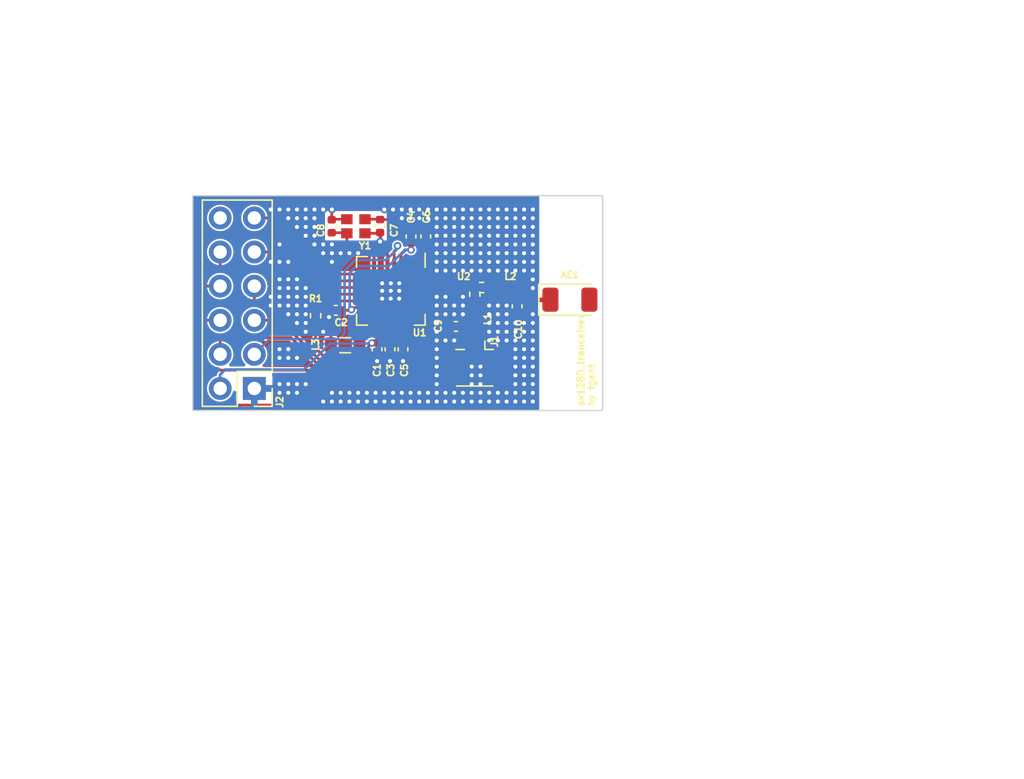
<source format=kicad_pcb>
(kicad_pcb (version 20221018) (generator pcbnew)
  (layers (0 "F.Cu" signal) (1 "In1.Cu" signal) (2 "In2.Cu" signal) (31 "B.Cu" signal) (34 "B.Paste" user) (35 "F.Paste" user) (36 "B.SilkS" user "B.Silkscreen") (37 "F.SilkS" user "F.Silkscreen") (38 "B.Mask" user) (39 "F.Mask" user) (44 "Edge.Cuts" user))
  (net 0 "")
  (net 1 "VDD_IN")
  (net 2 "GND")
  (net 3 "TX_A")
  (net 4 "TX_B")
  (net 5 "VBAT")
  (net 6 "Net-(U1-VR_PA)")
  (net 7 "SX_NRST")
  (net 8 "SX_MOSI")
  (net 9 "SX_MISO")
  (net 10 "SX_SCK")
  (net 11 "SX_NSS")
  (net 12 "SX_DIO1")
  (net 13 "SX_DIO2")
  (net 14 "SX_DIO3")
  (net 15 "SX_BUSY")
  (net 17 "/ANT_SMA")
  (net 18 "/ANT_CHIP")
  (net 19 "VBAT_IO")
  (net 20 "Net-(U2-OUT)")
  (net 21 "Net-(U1-RFIO)")
  (net 22 "Net-(AE1-FEED)")
  (net 24 "Net-(J1-In)")
  (net 25 "Net-(U1-DCC_SW)")
  (footprint "Capacitor_SMD:C_0402_1005Metric" (layer "F.Cu") (at 89.281 66.409 -90)
    (fp_text reference "C10")
    (fp_text value "~")
  )
  (footprint "Resistor_SMD:R_0402_1005Metric" (layer "F.Cu") (at 74.285 67.109 90)
    (fp_text reference "R1")
    (fp_text value "0R")
  )
  (footprint "Capacitor_SMD:C_0402_1005Metric" (layer "F.Cu") (at 84.722 67.909 180)
    (fp_text reference "C9")
    (fp_text value "~")
  )
  (footprint "Connector_PinHeader_2.54mm:PinHeader_2x06_P2.54mm_Vertical" (layer "F.Cu") (at 69.725 72.526 180)
    (fp_text reference "J2")
    (fp_text value "Conn_02x06_Odd_Even")
  )
  (footprint "Connector_Coaxial:U.FL_Hirose_U.FL-R-SMT-1_Vertical" (layer "F.Cu") (at 86.122 70.509 -90)
    (fp_text reference "J1")
    (fp_text value "U.FL-R-SMT-1(80)")
  )
  (footprint "Capacitor_SMD:C_0402_1005Metric" (layer "F.Cu") (at 75.485 60.449 90)
    (fp_text reference "C8")
    (fp_text value "6p / 50V")
  )
  (footprint "Inductor_SMD:L_0805_2012Metric" (layer "F.Cu") (at 76.485 69.309)
    (fp_text reference "L3")
    (fp_text value "15u")
  )
  (footprint "Capacitor_SMD:C_0402_1005Metric" (layer "F.Cu") (at 78.857 69.609 -90)
    (fp_text reference "C1")
    (fp_text value "1uF / 35V")
  )
  (footprint "Resistor_SMD:R_0402_1005Metric" (layer "F.Cu") (at 86.137 65.509 90)
    (fp_text reference "R2" hide)
    (fp_text value "0R")
  )
  (footprint "Resistor_SMD:R_0402_1005Metric" (layer "F.Cu") (at 86.637 65.009 180)
    (fp_text reference "R3" hide)
    (fp_text value "0R")
  )
  (footprint "sx1280_tranceiver:sx1280" (layer "F.Cu") (at 79.885 65.259 -90)
    (fp_text reference "U1")
    (fp_text value "sx1280")
  )
  (footprint "sx1280_tranceiver:2450FM07D0034" (layer "F.Cu") (at 84.537 65.009)
    (fp_text reference "U2")
    (fp_text value "2450FM07D0034")
  )
  (footprint "Capacitor_SMD:C_0402_1005Metric" (layer "F.Cu") (at 79.085 60.429 -90)
    (fp_text reference "C7")
    (fp_text value "6p / 50V")
  )
  (footprint "Capacitor_SMD:C_0402_1005Metric" (layer "F.Cu") (at 81.385 61.209 90)
    (fp_text reference "C4")
    (fp_text value "100n / 35V")
  )
  (footprint "Capacitor_SMD:C_0402_1005Metric" (layer "F.Cu") (at 80.7874 69.609 -90)
    (fp_text reference "C5")
    (fp_text value "100n / 35V")
  )
  (footprint "Capacitor_SMD:C_0402_1005Metric" (layer "F.Cu") (at 79.8222 69.609 -90)
    (fp_text reference "C3")
    (fp_text value "100n / 35V")
  )
  (footprint "Capacitor_SMD:C_0402_1005Metric" (layer "F.Cu") (at 75.785 66.709 180)
    (fp_text reference "C2")
    (fp_text value "470n / 50V")
  )
  (footprint "sx1280_tranceiver:ECS-520-12-37B-CTN-TR" (layer "F.Cu") (at 77.285 60.449 180)
    (fp_text reference "Y1")
    (fp_text value "ECS-520-12-37B-CTN-TR")
  )
  (footprint "RF_Antenna:Johanson_2450AT18x100" (layer "F.Cu") (at 93.208 65.913)
    (fp_text reference "AE1")
    (fp_text value "2450AT18A100E")
  )
  (footprint "Inductor_SMD:L_0402_1005Metric" (layer "F.Cu") (at 86.122 67.409 -90)
    (fp_text reference "L1")
    (fp_text value "0R")
  )
  (footprint "Inductor_SMD:L_0402_1005Metric" (layer "F.Cu") (at 88.781 65.009)
    (fp_text reference "L2")
    (fp_text value "0R")
  )
  (footprint "Capacitor_SMD:C_0402_1005Metric" (layer "F.Cu") (at 82.485 61.209 90)
    (fp_text reference "C6")
    (fp_text value "10n  / 50V")
  )
  (gr_rect (start 65.141 58.168) (end 95.641 74.168) (stroke (width 0.1)) (fill none) (layer "Edge.Cuts"))
  (gr_text "sx1280_tranceiver\nby tgent" (at 95.113 73.914 90) (layer "F.SilkS") (effects (font (size 0.5 0.5) (thickness 0.125)) (justify left bottom)))
  (segment (start 76.785 66.709) (end 76.285 66.709) (width 0.2) (layer "F.Cu") (net 1))
  (segment (start 76.985 66.509) (end 77.885 66.509) (width 0.2) (layer "F.Cu") (net 1))
  (segment (start 76.265 66.709) (end 76.265 67.429) (width 0.2) (layer "F.Cu") (net 1))
  (segment (start 75.4225 68.2715) (end 75.4225 69.309) (width 0.2) (layer "F.Cu") (net 1))
  (segment (start 81.385 62.209) (end 81.385 61.689) (width 0.2) (layer "F.Cu") (net 1))
  (segment (start 76.835 66.659) (end 76.785 66.709) (width 0.2) (layer "F.Cu") (net 1))
  (segment (start 76.9505 66.659) (end 76.835 66.659) (width 0.2) (layer "F.Cu") (net 1))
  (segment (start 80.635 62.559) (end 80.635 63.259) (width 0.2) (layer "F.Cu") (net 1))
  (segment (start 81.385 62.209) (end 80.985 62.209) (width 0.2) (layer "F.Cu") (net 1))
  (segment (start 80.985 62.209) (end 80.635 62.559) (width 0.2) (layer "F.Cu") (net 1))
  (segment (start 76.265 67.429) (end 75.4225 68.2715) (width 0.2) (layer "F.Cu") (net 1))
  (segment (start 76.835 66.659) (end 76.985 66.509) (width 0.2) (layer "F.Cu") (net 1))
  (via (at 76.9505 66.659) (size 0.56) (drill 0.3) (layers "F.Cu" "B.Cu") (net 1))
  (via (at 81.385 62.209) (size 0.56) (drill 0.3) (layers "F.Cu" "B.Cu") (net 1))
  (segment (start 79.721396 63.409) (end 80.921396 62.209) (width 0.2) (layer "B.Cu") (net 1))
  (segment (start 76.825 63.905396) (end 77.321396 63.409) (width 0.2) (layer "B.Cu") (net 1))
  (segment (start 76.9505 66.659) (end 76.825 66.5335) (width 0.2) (layer "B.Cu") (net 1))
  (segment (start 76.825 66.5335) (end 76.825 63.905396) (width 0.2) (layer "B.Cu") (net 1))
  (segment (start 77.321396 63.409) (end 79.721396 63.409) (width 0.2) (layer "B.Cu") (net 1))
  (segment (start 80.921396 62.209) (end 81.385 62.209) (width 0.2) (layer "B.Cu") (net 1))
  (segment (start 81.885 66.009) (end 80.585 66.009) (width 0.2) (layer "F.Cu") (net 2))
  (segment (start 76.61 59.924) (end 75.53 59.924) (width 0.2) (layer "F.Cu") (net 2))
  (segment (start 75.285 66.729) (end 75.305 66.709) (width 0.2) (layer "F.Cu") (net 2))
  (segment (start 79.135 60.959) (end 79.085 60.909) (width 0.2) (layer "F.Cu") (net 2))
  (segment (start 79.185 65.959) (end 79.21 65.934) (width 0.2) (layer "F.Cu") (net 2))
  (segment (start 79.02 60.974) (end 79.085 60.909) (width 0.2) (layer "F.Cu") (net 2))
  (segment (start 81.135 64.009) (end 80.56 64.584) (width 0.2) (layer "F.Cu") (net 2))
  (segment (start 78.635 67.259) (end 78.635 66.509) (width 0.2) (layer "F.Cu") (net 2))
  (segment (start 75.485 59.215) (end 75.5 59.2) (width 0.2) (layer "F.Cu") (net 2))
  (segment (start 79.135 63.259) (end 79.135 60.959) (width 0.2) (layer "F.Cu") (net 2))
  (segment (start 79.135 66.009) (end 79.185 66.009) (width 0.2) (layer "F.Cu") (net 2))
  (segment (start 81.885 65.509) (end 80.985 65.509) (width 0.2) (layer "F.Cu") (net 2))
  (segment (start 79.135 63.259) (end 79.135 64.509) (width 0.2) (layer "F.Cu") (net 2))
  (segment (start 80.985 65.509) (end 80.56 65.934) (width 0.2) (layer "F.Cu") (net 2))
  (segment (start 80.685 64.509) (end 80.585 64.609) (width 0.2) (layer "F.Cu") (net 2))
  (segment (start 78.857 70.4862) (end 78.857 70.089) (width 0.2) (layer "F.Cu") (net 2))
  (segment (start 80.7874 70.089) (end 80.7874 70.4862) (width 0.2) (layer "F.Cu") (net 2))
  (segment (start 75.285 67.209) (end 75.285 66.729) (width 0.2) (layer "F.Cu") (net 2))
  (segment (start 81.885 64.509) (end 80.685 64.509) (width 0.2) (layer "F.Cu") (net 2))
  (segment (start 78.635 66.509) (end 79.135 66.009) (width 0.2) (layer "F.Cu") (net 2))
  (segment (start 79.085 61.584402) (end 79.085 60.909) (width 0.2) (layer "F.Cu") (net 2))
  (segment (start 81.885 64.009) (end 81.135 64.009) (width 0.2) (layer "F.Cu") (net 2))
  (segment (start 79.135 64.509) (end 79.21 64.584) (width 0.2) (layer "F.Cu") (net 2))
  (segment (start 75.485 59.969) (end 75.485 59.215) (width 0.2) (layer "F.Cu") (net 2))
  (segment (start 79.0855 61.584902) (end 79.085 61.584402) (width 0.2) (layer "F.Cu") (net 2))
  (segment (start 79.8222 70.089) (end 79.8222 70.4862) (width 0.2) (layer "F.Cu") (net 2))
  (segment (start 77.96 60.974) (end 79.02 60.974) (width 0.2) (layer "F.Cu") (net 2))
  (segment (start 79.185 66.009) (end 79.185 65.959) (width 0.2) (layer "F.Cu") (net 2))
  (segment (start 75.53 59.924) (end 75.485 59.969) (width 0.2) (layer "F.Cu") (net 2))
  (via (at 78.75 73.5) (size 0.56) (drill 0.3) (layers "F.Cu" "B.Cu") (net 2))
  (via (at 83.95 73.5) (size 0.56) (drill 0.3) (layers "F.Cu" "B.Cu") (net 2))
  (via (at 88.5 59.2) (size 0.56) (drill 0.3) (layers "F.Cu" "B.Cu") (net 2))
  (via (at 74.85 61.8) (size 0.56) (drill 0.3) (layers "F.Cu" "B.Cu") (net 2))
  (via (at 89.8 63.1) (size 0.56) (drill 0.3) (layers "F.Cu" "B.Cu") (net 2))
  (via (at 84.6 61.15) (size 0.56) (drill 0.3) (layers "F.Cu" "B.Cu") (net 2))
  (via (at 72.9 59.85) (size 0.56) (drill 0.3) (layers "F.Cu" "B.Cu") (net 2))
  (via (at 80.508 64.695) (size 0.56) (drill 0.3) (layers "F.Cu" "B.Cu") (net 2))
  (via (at 72.25 72.2) (size 0.56) (drill 0.3) (layers "F.Cu" "B.Cu") (net 2))
  (via (at 83.95 61.8) (size 0.56) (drill 0.3) (layers "F.Cu" "B.Cu") (net 2))
  (via (at 84.6 61.8) (size 0.56) (drill 0.3) (layers "F.Cu" "B.Cu") (net 2))
  (via (at 72.9 72.2) (size 0.56) (drill 0.3) (layers "F.Cu" "B.Cu") (net 2))
  (via (at 79.885 64.695) (size 0.56) (drill 0.3) (layers "F.Cu" "B.Cu") (net 2))
  (via (at 74.2 60.5) (size 0.56) (drill 0.3) (layers "F.Cu" "B.Cu") (net 2))
  (via (at 75.5 59.2) (size 0.56) (drill 0.3) (layers "F.Cu" "B.Cu") (net 2))
  (via (at 89.15 61.8) (size 0.56) (drill 0.3) (layers "F.Cu" "B.Cu") (net 2))
  (via (at 70.95 65.7) (size 0.56) (drill 0.3) (layers "F.Cu" "B.Cu") (net 2))
  (via (at 86.55 59.2) (size 0.56) (drill 0.3) (layers "F.Cu" "B.Cu") (net 2))
  (via (at 86.55 71.55) (size 0.56) (drill 0.3) (layers "F.Cu" "B.Cu") (net 2))
  (via (at 76.8 62.45) (size 0.56) (drill 0.3) (layers "F.Cu" "B.Cu") (net 2))
  (via (at 72.25 67) (size 0.56) (drill 0.3) (layers "F.Cu" "B.Cu") (net 2))
  (via (at 72.25 65.7) (size 0.56) (drill 0.3) (layers "F.Cu" "B.Cu") (net 2))
  (via (at 71.6 69.6) (size 0.56) (drill 0.3) (layers "F.Cu" "B.Cu") (net 2))
  (via (at 73.55 65.7) (size 0.56) (drill 0.3) (layers "F.Cu" "B.Cu") (net 2))
  (via (at 89.8 70.9) (size 0.56) (drill 0.3) (layers "F.Cu" "B.Cu") (net 2))
  (via (at 82 59.85) (size 0.56) (drill 0.3) (layers "F.Cu" "B.Cu") (net 2))
  (via (at 87.85 62.45) (size 0.56) (drill 0.3) (layers "F.Cu" "B.Cu") (net 2))
  (via (at 85.9 59.85) (size 0.56) (drill 0.3) (layers "F.Cu" "B.Cu") (net 2))
  (via (at 76.15 73.5) (size 0.56) (drill 0.3) (layers "F.Cu" "B.Cu") (net 2))
  (via (at 89.8 72.85) (size 0.56) (drill 0.3) (layers "F.Cu" "B.Cu") (net 2))
  (via (at 83.95 63.1) (size 0.56) (drill 0.3) (layers "F.Cu" "B.Cu") (net 2))
  (via (at 82.65 59.2) (size 0.56) (drill 0.3) (layers "F.Cu" "B.Cu") (net 2))
  (via (at 73.55 61.15) (size 0.56) (drill 0.3) (layers "F.Cu" "B.Cu") (net 2))
  (via (at 72.25 70.25) (size 0.56) (drill 0.3) (layers "F.Cu" "B.Cu") (net 2))
  (via (at 78.1 73.5) (size 0.56) (drill 0.3) (layers "F.Cu" "B.Cu") (net 2))
  (via (at 82 72.85) (size 0.56) (drill 0.3) (layers "F.Cu" "B.Cu") (net 2))
  (via (at 89.8 68.95) (size 0.56) (drill 0.3) (layers "F.Cu" "B.Cu") (net 2))
  (via (at 83.3 63.1) (size 0.56) (drill 0.3) (layers "F.Cu" "B.Cu") (net 2))
  (via (at 88.5 61.8) (size 0.56) (drill 0.3) (layers "F.Cu" "B.Cu") (net 2))
  (via (at 90.45 67.65) (size 0.56) (drill 0.3) (layers "F.Cu" "B.Cu") (net 2))
  (via (at 86.55 63.75) (size 0.56) (drill 0.3) (layers "F.Cu" "B.Cu") (net 2))
  (via (at 90.45 61.15) (size 0.56) (drill 0.3) (layers "F.Cu" "B.Cu") (net 2))
  (via (at 85.25 66.35) (size 0.56) (drill 0.3) (layers "F.Cu" "B.Cu") (net 2))
  (via (at 72.9 66.35) (size 0.56) (drill 0.3) (layers "F.Cu" "B.Cu") (net 2))
  (via (at 72.9 59.2) (size 0.56) (drill 0.3) (layers "F.Cu" "B.Cu") (net 2))
  (via (at 86.55 61.15) (size 0.56) (drill 0.3) (layers "F.Cu" "B.Cu") (net 2))
  (via (at 90.45 64.4) (size 0.56) (drill 0.3) (layers "F.Cu" "B.Cu") (net 2))
  (via (at 72.9 65.05) (size 0.56) (drill 0.3) (layers "F.Cu" "B.Cu") (net 2))
  (via (at 87.2 59.85) (size 0.56) (drill 0.3) (layers "F.Cu" "B.Cu") (net 2))
  (via (at 77.45 73.5) (size 0.56) (drill 0.3) (layers "F.Cu" "B.Cu") (net 2))
  (via (at 84.6 63.75) (size 0.56) (drill 0.3) (layers "F.Cu" "B.Cu") (net 2))
  (via (at 79.8222 70.4862) (size 0.56) (drill 0.3) (layers "F.Cu" "B.Cu") (net 2))
  (via (at 87.2 68.3) (size 0.56) (drill 0.3) (layers "F.Cu" "B.Cu") (net 2))
  (via (at 85.25 65.7) (size 0.56) (drill 0.3) (layers "F.Cu" "B.Cu") (net 2))
  (via (at 85.9 63.1) (size 0.56) (drill 0.3) (layers "F.Cu" "B.Cu") (net 2))
  (via (at 75.5 73.5) (size 0.56) (drill 0.3) (layers "F.Cu" "B.Cu") (net 2))
  (via (at 78.1 72.85) (size 0.56) (drill 0.3) (layers "F.Cu" "B.Cu") (net 2))
  (via (at 83.95 67) (size 0.56) (drill 0.3) (layers "F.Cu" "B.Cu") (net 2))
  (via (at 85.25 63.75) (size 0.56) (drill 0.3) (layers "F.Cu" "B.Cu") (net 2))
  (via (at 89.15 59.85) (size 0.56) (drill 0.3) (layers "F.Cu" "B.Cu") (net 2))
  (via (at 87.2 59.2) (size 0.56) (drill 0.3) (layers "F.Cu" "B.Cu") (net 2))
  (via (at 87.2 68.95) (size 0.56) (drill 0.3) (layers "F.Cu" "B.Cu") (net 2))
  (via (at 71.6 64.4) (size 0.56) (drill 0.3) (layers "F.Cu" "B.Cu") (net 2))
  (via (at 79.4 73.5) (size 0.56) (drill 0.3) (layers "F.Cu" "B.Cu") (net 2))
  (via (at 72.25 64.4) (size 0.56) (drill 0.3) (layers "F.Cu" "B.Cu") (net 2))
  (via (at 84.6 66.35) (size 0.56) (drill 0.3) (layers "F.Cu" "B.Cu") (net 2))
  (via (at 72.25 72.85) (size 0.56) (drill 0.3) (layers "F.Cu" "B.Cu") (net 2))
  (via (at 73.55 72.2) (size 0.56) (drill 0.3) (layers "F.Cu" "B.Cu") (net 2))
  (via (at 84.6 59.2) (size 0.56) (drill 0.3) (layers "F.Cu" "B.Cu") (net 2))
  (via (at 83.3 66.35) (size 0.56) (drill 0.3) (layers "F.Cu" "B.Cu") (net 2))
  (via (at 81.35 59.2) (size 0.56) (drill 0.3) (layers "F.Cu" "B.Cu") (net 2))
  (via (at 89.15 73.5) (size 0.56) (drill 0.3) (layers "F.Cu" "B.Cu") (net 2))
  (via (at 83.3 61.8) (size 0.56) (drill 0.3) (layers "F.Cu" "B.Cu") (net 2))
  (via (at 88.5 72.85) (size 0.56) (drill 0.3) (layers "F.Cu" "B.Cu") (net 2))
  (via (at 84.6 63.1) (size 0.56) (drill 0.3) (layers "F.Cu" "B.Cu") (net 2))
  (via (at 72.9 67.65) (size 0.56) (drill 0.3) (layers "F.Cu" "B.Cu") (net 2))
  (via (at 87.85 60.5) (size 0.56) (drill 0.3) (layers "F.Cu" "B.Cu") (net 2))
  (via (at 71.6 63.1) (size 0.56) (drill 0.3) (layers "F.Cu" "B.Cu") (net 2))
  (via (at 74.2 59.2) (size 0.56) (drill 0.3) (layers "F.Cu" "B.Cu") (net 2))
  (via (at 88.5 68.3) (size 0.56) (drill 0.3) (layers "F.Cu" "B.Cu") (net 2))
  (via (at 86.55 70.9) (size 0.56) (drill 0.3) (layers "F.Cu" "B.Cu") (net 2))
  (via (at 83.3 71.55) (size 0.56) (drill 0.3) (layers "F.Cu" "B.Cu") (net 2))
  (via (at 81.35 73.5) (size 0.56) (drill 0.3) (layers "F.Cu" "B.Cu") (net 2))
  (via (at 79.238 65.838) (size 0.56) (drill 0.3) (layers "F.Cu" "B.Cu") (net 2))
  (via (at 88.5 61.15) (size 0.56) (drill 0.3) (layers "F.Cu" "B.Cu") (net 2))
  (via (at 83.3 61.15) (size 0.56) (drill 0.3) (layers "F.Cu" "B.Cu") (net 2))
  (via (at 87.85 67.65) (size 0.56) (drill 0.3) (layers "F.Cu" "B.Cu") (net 2))
  (via (at 90.45 72.85) (size 0.56) (drill 0.3) (layers "F.Cu" "B.Cu") (net 2))
  (via (at 85.9 60.5) (size 0.56) (drill 0.3) (layers "F.Cu" "B.Cu") (net 2))
  (via (at 77.45 62.45) (size 0.56) (drill 0.3) (layers "F.Cu" "B.Cu") (net 2))
  (via (at 70.95 63.1) (size 0.56) (drill 0.3) (layers "F.Cu" "B.Cu") (net 2))
  (via (at 83.95 59.2) (size 0.56) (drill 0.3) (layers "F.Cu" "B.Cu") (net 2))
  (via (at 71.6 66.35) (size 0.56) (drill 0.3) (layers "F.Cu" "B.Cu") (net 2))
  (via (at 83.95 65.7) (size 0.56) (drill 0.3) (layers "F.Cu" "B.Cu") (net 2))
  (via (at 80.05 73.5) (size 0.56) (drill 0.3) (layers "F.Cu" "B.Cu") (net 2))
  (via (at 90.45 61.8) (size 0.56) (drill 0.3) (layers "F.Cu" "B.Cu") (net 2))
  (via (at 83.95 63.75) (size 0.56) (drill 0.3) (layers "F.Cu" "B.Cu") (net 2))
  (via (at 83.3 65.7) (size 0.56) (drill 0.3) (layers "F.Cu" "B.Cu") (net 2))
  (via (at 82.65 72.85) (size 0.56) (drill 0.3) (layers "F.Cu" "B.Cu") (net 2))
  (via (at 80.7 59.2) (size 0.56) (drill 0.3) (layers "F.Cu" "B.Cu") (net 2))
  (via (at 79.0855 61.584902) (size 0.56) (drill 0.3) (layers "F.Cu" "B.Cu") (net 2))
  (via (at 83.95 68.95) (size 0.56) (drill 0.3) (layers "F.Cu" "B.Cu") (net 2))
  (via (at 90.45 70.25) (size 0.56) (drill 0.3) (layers "F.Cu" "B.Cu") (net 2))
  (via (at 83.3 59.2) (size 0.56) (drill 0.3) (layers "F.Cu" "B.Cu") (net 2))
  (via (at 83.95 61.15) (size 0.56) (drill 0.3) (layers "F.Cu" "B.Cu") (net 2))
  (via (at 75.285 67.209) (size 0.56) (drill 0.3) (layers "F.Cu" "B.Cu") (net 2))
  (via (at 74.2 59.85) (size 0.56) (drill 0.3) (layers "F.Cu" "B.Cu") (net 2))
  (via (at 83.3 68.3) (size 0.56) (drill 0.3) (layers "F.Cu" "B.Cu") (net 2))
  (via (at 87.2 61.8) (size 0.56) (drill 0.3) (layers "F.Cu" "B.Cu") (net 2))
  (via (at 76.8 73.5) (size 0.56) (drill 0.3) (layers "F.Cu" "B.Cu") (net 2))
  (via (at 73.55 60.5) (size 0.56) (drill 0.3) (layers "F.Cu" "B.Cu") (net 2))
  (via (at 90.45 65.05) (size 0.56) (drill 0.3) (layers "F.Cu" "B.Cu") (net 2))
  (via (at 85.25 59.85) (size 0.56) (drill 0.3) (layers "F.Cu" "B.Cu") (net 2))
  (via (at 85.9 70.9) (size 0.56) (drill 0.3) (layers "F.Cu" "B.Cu") (net 2))
  (via (at 73.55 68.3) (size 0.56) (drill 0.3) (layers "F.Cu" "B.Cu") (net 2))
  (via (at 85.9 62.45) (size 0.56) (drill 0.3) (layers "F.Cu" "B.Cu") (net 2))
  (via (at 85.9 72.85) (size 0.56) (drill 0.3) (layers "F.Cu" "B.Cu") (net 2))
  (via (at 89.15 63.75) (size 0.56) (drill 0.3) (layers "F.Cu" "B.Cu") (net 2))
  (via (at 90.45 63.1) (size 0.56) (drill 0.3) (layers "F.Cu" "B.Cu") (net 2))
  (via (at 90.45 67) (size 0.56) (drill 0.3) (layers "F.Cu" "B.Cu") (net 2))
  (via (at 89.8 67.65) (size 0.56) (drill 0.3) (layers "F.Cu" "B.Cu") (net 2))
  (via (at 89.8 59.2) (size 0.56) (drill 0.3) (layers "F.Cu" "B.Cu") (net 2))
  (via (at 85.25 62.45) (size 0.56) (drill 0.3) (layers "F.Cu" "B.Cu") (net 2))
  (via (at 90.45 60.5) (size 0.56) (drill 0.3) (layers "F.Cu" "B.Cu") (net 2))
  (via (at 78.857 70.4862) (size 0.56) (drill 0.3) (layers "F.Cu" "B.Cu") (net 2))
  (via (at 89.8 61.15) (size 0.56) (drill 0.3) (layers "F.Cu" "B.Cu") (net 2))
  (via (at 78.75 72.85) (size 0.56) (drill 0.3) (layers "F.Cu" "B.Cu") (net 2))
  (via (at 80.05 59.2) (size 0.56) (drill 0.3) (layers "F.Cu" "B.Cu") (net 2))
  (via (at 87.2 62.45) (size 0.56) (drill 0.3) (layers "F.Cu" "B.Cu") (net 2))
  (via (at 89.15 60.5) (size 0.56) (drill 0.3) (layers "F.Cu" "B.Cu") (net 2))
  (via (at 87.2 63.75) (size 0.56) (drill 0.3) (layers "F.Cu" "B.Cu") (net 2))
  (via (at 83.3 59.85) (size 0.56) (drill 0.3) (layers "F.Cu" "B.Cu") (net 2))
  (via (at 77.45 72.85) (size 0.56) (drill 0.3) (layers "F.Cu" "B.Cu") (net 2))
  (via (at 90.45 71.55) (size 0.56) (drill 0.3) (layers "F.Cu" "B.Cu") (net 2))
  (via (at 89.8 72.2) (size 0.56) (drill 0.3) (layers "F.Cu" "B.Cu") (net 2))
  (via (at 81.35 72.85) (size 0.56) (drill 0.3) (layers "F.Cu" "B.Cu") (net 2))
  (via (at 75.5 63.1) (size 0.56) (drill 0.3) (layers "F.Cu" "B.Cu") (net 2))
  (via (at 87.85 68.95) (size 0.56) (drill 0.3) (layers "F.Cu" "B.Cu") (net 2))
  (via (at 88.5 60.5) (size 0.56) (drill 0.3) (layers "F.Cu" "B.Cu") (net 2))
  (via (at 87.2 61.15) (size 0.56) (drill 0.3) (layers "F.Cu" "B.Cu") (net 2))
  (via (at 85.25 63.1) (size 0.56) (drill 0.3) (layers "F.Cu" "B.Cu") (net 2))
  (via (at 83.3 70.9) (size 0.56) (drill 0.3) (layers "F.Cu" "B.Cu") (net 2))
  (via (at 82.65 59.85) (size 0.56) (drill 0.3) (layers "F.Cu" "B.Cu") (net 2))
  (via (at 84.6 72.85) (size 0.56) (drill 0.3) (layers "F.Cu" "B.Cu") (net 2))
  (via (at 89.8 59.85) (size 0.56) (drill 0.3) (layers "F.Cu" "B.Cu") (net 2))
  (via (at 83.3 62.45) (size 0.56) (drill 0.3) (layers "F.Cu" "B.Cu") (net 2))
  (via (at 71.6 65.05) (size 0.56) (drill 0.3) (layers "F.Cu" "B.Cu") (net 2))
  (via (at 86.55 62.45) (size 0.56) (drill 0.3) (layers "F.Cu" "B.Cu") (net 2))
  (via (at 88.5 66.35) (size 0.56) (drill 0.3) (layers "F.Cu" "B.Cu") (net 2))
  (via (at 85.25 72.85) (size 0.56) (drill 0.3) (layers "F.Cu" "B.Cu") (net 2))
  (via (at 86.55 63.1) (size 0.56) (drill 0.3) (layers "F.Cu" "B.Cu") (net 2))
  (via (at 85.9 71.55) (size 0.56) (drill 0.3) (layers "F.Cu" "B.Cu") (net 2))
  (via (at 86.55 61.8) (size 0.56) (drill 0.3) (layers "F.Cu" "B.Cu") (net 2))
  (via (at 83.3 63.75) (size 0.56) (drill 0.3) (layers "F.Cu" "B.Cu") (net 2))
  (via (at 71.6 70.25) (size 0.56) (drill 0.3) (layers "F.Cu" "B.Cu") (net 2))
  (via (at 89.15 70.25) (size 0.56) (drill 0.3) (layers "F.Cu" "B.Cu") (net 2))
  (via (at 72.9 64.4) (size 0.56) (drill 0.3) (layers "F.Cu" "B.Cu") (net 2))
  (via (at 83.3 69.6) (size 0.56) (drill 0.3) (layers "F.Cu" "B.Cu") (net 2))
  (via (at 87.2 60.5) (size 0.56) (drill 0.3) (layers "F.Cu" "B.Cu") (net 2))
  (via (at 86.55 60.5) (size 0.56) (drill 0.3) (layers "F.Cu" "B.Cu") (net 2))
  (via (at 87.85 73.5) (size 0.56) (drill 0.3) (layers "F.Cu" "B.Cu") (net 2))
  (via (at 83.95 59.85) (size 0.56) (drill 0.3) (layers "F.Cu" "B.Cu") (net 2))
  (via (at 87.85 68.3) (size 0.56) (drill 0.3) (layers "F.Cu" "B.Cu") (net 2))
  (via (at 85.25 61.15) (size 0.56) (drill 0.3) (layers "F.Cu" "B.Cu") (net 2))
  (via (at 85.25 59.2) (size 0.56) (drill 0.3) (layers "F.Cu" "B.Cu") (net 2))
  (via (at 85.9 63.75) (size 0.56) (drill 0.3) (layers "F.Cu" "B.Cu") (net 2))
  (via (at 82 73.5) (size 0.56) (drill 0.3) (layers "F.Cu" "B.Cu") (net 2))
  (via (at 87.2 66.35) (size 0.56) (drill 0.3) (layers "F.Cu" "B.Cu") (net 2))
  (via (at 82.65 73.5) (size 0.56) (drill 0.3) (layers "F.Cu" "B.Cu") (net 2))
  (via (at 88.5 68.95) (size 0.56) (drill 0.3) (layers "F.Cu" "B.Cu") (net 2))
  (via (at 86.55 72.2) (size 0.56) (drill 0.3) (layers "F.Cu" "B.Cu") (net 2))
  (via (at 90.45 69.6) (size 0.56) (drill 0.3) (layers "F.Cu" "B.Cu") (net 2))
  (via (at 89.8 60.5) (size 0.56) (drill 0.3) (layers "F.Cu" "B.Cu") (net 2))
  (via (at 88.5 63.1) (size 0.56) (drill 0.3) (layers "F.Cu" "B.Cu") (net 2))
  (via (at 72.25 69.6) (size 0.56) (drill 0.3) (layers "F.Cu" "B.Cu") (net 2))
  (via (at 90.45 68.95) (size 0.56) (drill 0.3) (layers "F.Cu" "B.Cu") (net 2))
  (via (at 89.15 68.3) (size 0.56) (drill 0.3) (layers "F.Cu" "B.Cu") (net 2))
  (via (at 71.6 72.2) (size 0.56) (drill 0.3) (layers "F.Cu" "B.Cu") (net 2))
  (via (at 79.4 72.85) (size 0.56) (drill 0.3) (layers "F.Cu" "B.Cu") (net 2))
  (via (at 87.2 67) (size 0.56) (drill 0.3) (layers "F.Cu" "B.Cu") (net 2))
  (via (at 87.2 67.65) (size 0.56) (drill 0.3) (layers "F.Cu" "B.Cu") (net 2))
  (via (at 89.8 70.25) (size 0.56) (drill 0.3) (layers "F.Cu" "B.Cu") (net 2))
  (via (at 81.35 59.85) (size 0.56) (drill 0.3) (layers "F.Cu" "B.Cu") (net 2))
  (via (at 79.885 65.259) (size 0.56) (drill 0.3) (layers "F.Cu" "B.Cu") (net 2))
  (via (at 85.9 61.8) (size 0.56) (drill 0.3) (layers "F.Cu" "B.Cu") (net 2))
  (via (at 74.85 68.3) (size 0.56) (drill 0.3) (layers "F.Cu" "B.Cu") (net 2))
  (via (at 86.55 59.85) (size 0.56) (drill 0.3) (layers "F.Cu" "B.Cu") (net 2))
  (via (at 90.45 62.45) (size 0.56) (drill 0.3) (layers "F.Cu" "B.Cu") (net 2))
  (via (at 89.15 69.6) (size 0.56) (drill 0.3) (layers "F.Cu" "B.Cu") (net 2))
  (via (at 88.5 59.85) (size 0.56) (drill 0.3) (layers "F.Cu" "B.Cu") (net 2))
  (via (at 89.15 59.2) (size 0.56) (drill 0.3) (layers "F.Cu" "B.Cu") (net 2))
  (via (at 90.45 63.75) (size 0.56) (drill 0.3) (layers "F.Cu" "B.Cu") (net 2))
  (via (at 87.85 59.85) (size 0.56) (drill 0.3) (layers "F.Cu" "B.Cu") (net 2))
  (via (at 84.6 60.5) (size 0.56) (drill 0.3) (layers "F.Cu" "B.Cu") (net 2))
  (via (at 73.55 66.35) (size 0.56) (drill 0.3) (layers "F.Cu" "B.Cu") (net 2))
  (via (at 70.95 59.2) (size 0.56) (drill 0.3) (layers "F.Cu" "B.Cu") (net 2))
  (via (at 84.6 73.5) (size 0.56) (drill 0.3) (layers "F.Cu" "B.Cu") (net 2))
  (via (at 83.95 60.5) (size 0.56) (drill 0.3) (layers "F.Cu" "B.Cu") (net 2))
  (via (at 89.15 72.2) (size 0.56) (drill 0.3) (layers "F.Cu" "B.Cu") (net 2))
  (via (at 79.238 65.259) (size 0.56) (drill 0.3) (layers "F.Cu" "B.Cu") (net 2))
  (via (at 74.2 61.8) (size 0.56) (drill 0.3) (layers "F.Cu" "B.Cu") (net 2))
  (via (at 72.25 63.1) (size 0.56) (drill 0.3) (layers "F.Cu" "B.Cu") (net 2))
  (via (at 72.9 60.5) (size 0.56) (drill 0.3) (layers "F.Cu" "B.Cu") (net 2))
  (via (at 72.9 67) (size 0.56) (drill 0.3) (layers "F.Cu" "B.Cu") (net 2))
  (via (at 83.3 68.95) (size 0.56) (drill 0.3) (layers "F.Cu" "B.Cu") (net 2))
  (via (at 86.55 72.85) (size 0.56) (drill 0.3) (layers "F.Cu" "B.Cu") (net 2))
  (via (at 88.5 67) (size 0.56) (drill 0.3) (layers "F.Cu" "B.Cu") (net 2))
  (via (at 88.5 73.5) (size 0.56) (drill 0.3) (layers "F.Cu" "B.Cu") (net 2))
  (via (at 75.5 62.45) (size 0.56) (drill 0.3) (layers "F.Cu" "B.Cu") (net 2))
  (via (at 83.3 73.5) (size 0.56) (drill 0.3) (layers "F.Cu" "B.Cu") (net 2))
  (via (at 76.15 72.85) (size 0.56) (drill 0.3) (layers "F.Cu" "B.Cu") (net 2))
  (via (at 85.25 67) (size 0.56) (drill 0.3) (layers "F.Cu" "B.Cu") (net 2))
  (via (at 89.15 72.85) (size 0.56) (drill 0.3) (layers "F.Cu" "B.Cu") (net 2))
  (via (at 80.7 73.5) (size 0.56) (drill 0.3) (layers "F.Cu" "B.Cu") (net 2))
  (via (at 88.5 63.75) (size 0.56) (drill 0.3) (layers "F.Cu" "B.Cu") (net 2))
  (via (at 74.85 62.45) (size 0.56) (drill 0.3) (layers "F.Cu" "B.Cu") (net 2))
  (via (at 85.9 72.2) (size 0.56) (drill 0.3) (layers "F.Cu" "B.Cu") (net 2))
  (via (at 90.45 70.9) (size 0.56) (drill 0.3) (layers "F.Cu" "B.Cu") (net 2))
  (via (at 80.508 65.259) (size 0.56) (drill 0.3) (layers "F.Cu" "B.Cu") (net 2))
  (via (at 72.25 66.35) (size 0.56) (drill 0.3) (layers "F.Cu" "B.Cu") (net 2))
  (via (at 85.25 73.5) (size 0.56) (drill 0.3) (layers "F.Cu" "B.Cu") (net 2))
  (via (at 89.8 61.8) (size 0.56) (drill 0.3) (layers "F.Cu" "B.Cu") (net 2))
  (via (at 90.45 68.3) (size 0.56) (drill 0.3) (layers "F.Cu" "B.Cu") (net 2))
  (via (at 89.8 62.45) (size 0.56) (drill 0.3) (layers "F.Cu" "B.Cu") (net 2))
  (via (at 72.25 65.05) (size 0.56) (drill 0.3) (layers "F.Cu" "B.Cu") (net 2))
  (via (at 87.85 63.1) (size 0.56) (drill 0.3) (layers "F.Cu" "B.Cu") (net 2))
  (via (at 80.7 72.85) (size 0.56) (drill 0.3) (layers "F.Cu" "B.Cu") (net 2))
  (via (at 89.15 67.65) (size 0.56) (drill 0.3) (layers "F.Cu" "B.Cu") (net 2))
  (via (at 85.9 73.5) (size 0.56) (drill 0.3) (layers "F.Cu" "B.Cu") (net 2))
  (via (at 79.873 65.838) (size 0.56) (drill 0.3) (layers "F.Cu" "B.Cu") (net 2))
  (via (at 75.5 72.85) (size 0.56) (drill 0.3) (layers "F.Cu" "B.Cu") (net 2))
  (via (at 79.4 59.2) (size 0.56) (drill 0.3) (layers "F.Cu" "B.Cu") (net 2))
  (via (at 89.8 73.5) (size 0.56) (drill 0.3) (layers "F.Cu" "B.Cu") (net 2))
  (via (at 76.15 62.45) (size 0.56) (drill 0.3) (layers "F.Cu" "B.Cu") (net 2))
  (via (at 83.3 72.85) (size 0.56) (drill 0.3) (layers "F.Cu" "B.Cu") (net 2))
  (via (at 87.85 72.85) (size 0.56) (drill 0.3) (layers "F.Cu" "B.Cu") (net 2))
  (via (at 73.55 67.65) (size 0.56) (drill 0.3) (layers "F.Cu" "B.Cu") (net 2))
  (via (at 90.45 72.2) (size 0.56) (drill 0.3) (layers "F.Cu" "B.Cu") (net 2))
  (via (at 89.15 71.55) (size 0.56) (drill 0.3) (layers "F.Cu" "B.Cu") (net 2))
  (via (at 89.15 61.15) (size 0.56) (drill 0.3) (layers "F.Cu" "B.Cu") (net 2))
  (via (at 85.25 60.5) (size 0.56) (drill 0.3) (layers "F.Cu" "B.Cu") (net 2))
  (via (at 85.9 61.15) (size 0.56) (drill 0.3) (layers "F.Cu" "B.Cu") (net 2))
  (via (at 89.8 69.6) (size 0.56) (drill 0.3) (layers "F.Cu" "B.Cu") (net 2))
  (via (at 90.45 59.85) (size 0.56) (drill 0.3) (layers "F.Cu" "B.Cu") (net 2))
  (via (at 87.2 63.1) (size 0.56) (drill 0.3) (layers "F.Cu" "B.Cu") (net 2))
  (via (at 72.9 72.85) (size 0.56) (drill 0.3) (layers "F.Cu" "B.Cu") (net 2))
  (via (at 80.508 65.838) (size 0.56) (drill 0.3) (layers "F.Cu" "B.Cu") (net 2))
  (via (at 90.45 73.5) (size 0.56) (drill 0.3) (layers "F.Cu" "B.Cu") (net 2))
  (via (at 89.8 71.55) (size 0.56) (drill 0.3) (layers "F.Cu" "B.Cu") (net 2))
  (via (at 73.55 59.85) (size 0.56) (drill 0.3) (layers "F.Cu" "B.Cu") (net 2))
  (via (at 83.3 67) (size 0.56) (drill 0.3) (layers "F.Cu" "B.Cu") (net 2))
  (via (at 83.95 62.45) (size 0.56) (drill 0.3) (layers "F.Cu" "B.Cu") (net 2))
  (via (at 87.85 61.15) (size 0.56) (drill 0.3) (layers "F.Cu" "B.Cu") (net 2))
  (via (at 70.95 66.35) (size 0.56) (drill 0.3) (layers "F.Cu" "B.Cu") (net 2))
  (via (at 84.6 67) (size 0.56) (drill 0.3) (layers "F.Cu" "B.Cu") (net 2))
  (via (at 84.6 68.95) (size 0.56) (drill 0.3) (layers "F.Cu" "B.Cu") (net 2))
  (via (at 71.6 72.85) (size 0.56) (drill 0.3) (layers "F.Cu" "B.Cu") (net 2))
  (via (at 88.5 67.65) (size 0.56) (drill 0.3) (layers "F.Cu" "B.Cu") (net 2))
  (via (at 87.85 63.75) (size 0.56) (drill 0.3) (layers "F.Cu" "B.Cu") (net 2))
  (via (at 87.85 67) (size 0.56) (drill 0.3) (layers "F.Cu" "B.Cu") (net 2))
  (via (at 73.55 67) (size 0.56) (drill 0.3) (layers "F.Cu" "B.Cu") (net 2))
  (via (at 89.15 68.95) (size 0.56) (drill 0.3) (layers "F.Cu" "B.Cu") (net 2))
  (via (at 89.8 63.75) (size 0.56) (drill 0.3) (layers "F.Cu" "B.Cu") (net 2))
  (via (at 85.9 59.2) (size 0.56) (drill 0.3) (layers "F.Cu" "B.Cu") (net 2))
  (via (at 87.85 66.35) (size 0.56) (drill 0.3) (layers "F.Cu" "B.Cu") (net 2))
  (via (at 72.9 65.7) (size 0.56) (drill 0.3) (layers "F.Cu" "B.Cu") (net 2))
  (via (at 80.7874 70.4862) (size 0.56) (drill 0.3) (layers "F.Cu" "B.Cu") (net 2))
  (via (at 89.15 70.9) (size 0.56) (drill 0.3) (layers "F.Cu" "B.Cu") (net 2))
  (via (at 82 59.2) (size 0.56) (drill 0.3) (layers "F.Cu" "B.Cu") (net 2))
  (via (at 83.3 70.25) (size 0.56) (drill 0.3) (layers "F.Cu" "B.Cu") (net 2))
  (via (at 90.45 59.2) (size 0.56) (drill 0.3) (layers "F.Cu" "B.Cu") (net 2))
  (via (at 79.238 64.695) (size 0.56) (drill 0.3) (layers "F.Cu" "B.Cu") (net 2))
  (via (at 73.55 59.2) (size 0.56) (drill 0.3) (layers "F.Cu" "B.Cu") (net 2))
  (via (at 83.95 72.85) (size 0.56) (drill 0.3) (layers "F.Cu" "B.Cu") (net 2))
  (via (at 75.5 61.8) (size 0.56) (drill 0.3) (layers "F.Cu" "B.Cu") (net 2))
  (via (at 84.6 59.85) (size 0.56) (drill 0.3) (layers "F.Cu" "B.Cu") (net 2))
  (via (at 87.85 61.8) (size 0.56) (drill 0.3) (layers "F.Cu" "B.Cu") (net 2))
  (via (at 74.2 61.15) (size 0.56) (drill 0.3) (layers "F.Cu" "B.Cu") (net 2))
  (via (at 80.05 72.85) (size 0.56) (drill 0.3) (layers "F.Cu" "B.Cu") (net 2))
  (via (at 83.95 66.35) (size 0.56) (drill 0.3) (layers "F.Cu" "B.Cu") (net 2))
  (via (at 89.15 62.45) (size 0.56) (drill 0.3) (layers "F.Cu" "B.Cu") (net 2))
  (via (at 71.6 59.2) (size 0.56) (drill 0.3) (layers "F.Cu" "B.Cu") (net 2))
  (via (at 74.85 59.2) (size 0.56) (drill 0.3) (layers "F.Cu" "B.Cu") (net 2))
  (via (at 85.25 61.8) (size 0.56) (drill 0.3) (layers "F.Cu" "B.Cu") (net 2))
  (via (at 86.55 73.5) (size 0.56) (drill 0.3) (layers "F.Cu" "B.Cu") (net 2))
  (via (at 87.2 72.85) (size 0.56) (drill 0.3) (layers "F.Cu" "B.Cu") (net 2))
  (via (at 83.3 67.65) (size 0.56) (drill 0.3) (layers "F.Cu" "B.Cu") (net 2))
  (via (at 88.5 62.45) (size 0.56) (drill 0.3) (layers "F.Cu" "B.Cu") (net 2))
  (via (at 72.9 70.25) (size 0.56) (drill 0.3) (layers "F.Cu" "B.Cu") (net 2))
  (via (at 71.6 65.7) (size 0.56) (drill 0.3) (layers "F.Cu" "B.Cu") (net 2))
  (via (at 74.85 73.5) (size 0.56) (drill 0.3) (layers "F.Cu" "B.Cu") (net 2))
  (via (at 84.6 62.45) (size 0.56) (drill 0.3) (layers "F.Cu" "B.Cu") (net 2))
  (via (at 73.55 65.05) (size 0.56) (drill 0.3) (layers "F.Cu" "B.Cu") (net 2))
  (via (at 72.25 59.2) (size 0.56) (drill 0.3) (layers "F.Cu" "B.Cu") (net 2))
  (via (at 89.8 68.3) (size 0.56) (drill 0.3) (layers "F.Cu" "B.Cu") (net 2))
  (via (at 80.7 59.85) (size 0.56) (drill 0.3) (layers "F.Cu" "B.Cu") (net 2))
  (via (at 76.8 72.85) (size 0.56) (drill 0.3) (layers "F.Cu" "B.Cu") (net 2))
  (via (at 71.6 61.8) (size 0.56) (drill 0.3) (layers "F.Cu" "B.Cu") (net 2))
  (via (at 89.15 63.1) (size 0.56) (drill 0.3) (layers "F.Cu" "B.Cu") (net 2))
  (via (at 87.2 73.5) (size 0.56) (drill 0.3) (layers "F.Cu" "B.Cu") (net 2))
  (via (at 72.25 59.85) (size 0.56) (drill 0.3) (layers "F.Cu" "B.Cu") (net 2))
  (via (at 83.3 60.5) (size 0.56) (drill 0.3) (layers "F.Cu" "B.Cu") (net 2))
  (via (at 83.3 72.2) (size 0.56) (drill 0.3) (layers "F.Cu" "B.Cu") (net 2))
  (via (at 87.85 59.2) (size 0.56) (drill 0.3) (layers "F.Cu" "B.Cu") (net 2))
  (segment (start 79.635 62.084) (end 79.81 61.909) (width 0.2) (layer "F.Cu") (net 3))
  (segment (start 79.06 59.924) (end 79.085 59.949) (width 0.2) (layer "F.Cu") (net 3))
  (segment (start 79.81 60.134) (end 79.625 59.949) (width 0.2) (layer "F.Cu") (net 3))
  (segment (start 79.81 61.909) (end 79.81 60.134) (width 0.2) (layer "F.Cu") (net 3))
  (segment (start 77.96 59.924) (end 79.06 59.924) (width 0.2) (layer "F.Cu") (net 3))
  (segment (start 79.625 59.949) (end 79.085 59.949) (width 0.2) (layer "F.Cu") (net 3))
  (segment (start 79.635 63.259) (end 79.635 62.084) (width 0.2) (layer "F.Cu") (net 3))
  (segment (start 75.485 60.929) (end 76.565 60.929) (width 0.2) (layer "F.Cu") (net 4))
  (segment (start 76.807017 61.792517) (end 78.268517 61.792517) (width 0.2) (layer "F.Cu") (net 4))
  (segment (start 76.61 60.974) (end 76.61 61.5955) (width 0.2) (layer "F.Cu") (net 4))
  (segment (start 78.635 62.159) (end 78.635 63.259) (width 0.2) (layer "F.Cu") (net 4))
  (segment (start 76.61 61.5955) (end 76.807017 61.792517) (width 0.2) (layer "F.Cu") (net 4))
  (segment (start 76.565 60.929) (end 76.61 60.974) (width 0.2) (layer "F.Cu") (net 4))
  (segment (start 78.268517 61.792517) (end 78.635 62.159) (width 0.2) (layer "F.Cu") (net 4))
  (segment (start 75.417036 70.6612) (end 74.285 69.529164) (width 0.2) (layer "F.Cu") (net 5))
  (segment (start 78.857 69.129) (end 78.487 69.129) (width 0.2) (layer "F.Cu") (net 5))
  (segment (start 80.314 68.565) (end 79.635 67.886) (width 0.2) (layer "F.Cu") (net 5))
  (segment (start 80.7874 68.7844) (end 80.568 68.565) (width 0.2) (layer "F.Cu") (net 5))
  (segment (start 80.7874 69.129) (end 80.7874 68.7844) (width 0.2) (layer "F.Cu") (net 5))
  (segment (start 77.831995 70.6612) (end 75.417036 70.6612) (width 0.2) (layer "F.Cu") (net 5))
  (segment (start 78.476 69.14) (end 78.237 69.379) (width 0.2) (layer "F.Cu") (net 5))
  (segment (start 78.237 70.256195) (end 77.831995 70.6612) (width 0.2) (layer "F.Cu") (net 5))
  (segment (start 74.285 69.529164) (end 74.285 67.619) (width 0.2) (layer "F.Cu") (net 5))
  (segment (start 79.635 67.886) (end 79.635 67.259) (width 0.2) (layer "F.Cu") (net 5))
  (segment (start 78.985 69.001) (end 78.857 69.129) (width 0.2) (layer "F.Cu") (net 5))
  (segment (start 78.857 69.129) (end 80.7874 69.129) (width 0.2) (layer "F.Cu") (net 5))
  (segment (start 78.487 69.129) (end 78.476 69.14) (width 0.2) (layer "F.Cu") (net 5))
  (segment (start 78.237 69.379) (end 78.237 70.256195) (width 0.2) (layer "F.Cu") (net 5))
  (segment (start 80.568 68.565) (end 80.314 68.565) (width 0.2) (layer "F.Cu") (net 5))
  (via (at 78.476 69.14) (size 0.56) (drill 0.3) (layers "F.Cu" "B.Cu") (net 5))
  (segment (start 73.425224 71.12) (end 75.364224 69.181) (width 0.2) (layer "B.Cu") (net 5))
  (segment (start 67.185 72.526) (end 67.185 71.489) (width 0.2) (layer "B.Cu") (net 5))
  (segment (start 75.364224 69.181) (end 78.435 69.181) (width 0.2) (layer "B.Cu") (net 5))
  (segment (start 67.185 71.489) (end 67.554 71.12) (width 0.2) (layer "B.Cu") (net 5))
  (segment (start 78.435 69.181) (end 78.476 69.14) (width 0.2) (layer "B.Cu") (net 5))
  (segment (start 67.554 71.12) (end 73.425224 71.12) (width 0.2) (layer "B.Cu") (net 5))
  (segment (start 81.135 63.259) (end 81.635 63.259) (width 0.2) (layer "F.Cu") (net 6))
  (segment (start 82.485 62.409) (end 82.485 61.689) (width 0.2) (layer "F.Cu") (net 6))
  (segment (start 81.635 63.259) (end 82.485 62.409) (width 0.2) (layer "F.Cu") (net 6))
  (segment (start 80.381 61.901) (end 80.381 62.049396) (width 0.2) (layer "F.Cu") (net 7))
  (segment (start 80.381 62.049396) (end 80.135 62.295396) (width 0.2) (layer "F.Cu") (net 7))
  (segment (start 80.135 62.295396) (end 80.135 63.259) (width 0.2) (layer "F.Cu") (net 7))
  (via (at 80.381 61.901) (size 0.56) (drill 0.3) (layers "F.Cu" "B.Cu") (net 7))
  (segment (start 80.381 61.901) (end 80.381 62.113) (width 0.2) (layer "B.Cu") (net 7))
  (segment (start 77.238238 62.959) (end 76.444 63.753238) (width 0.2) (layer "B.Cu") (net 7))
  (segment (start 80.381 62.113) (end 79.535 62.959) (width 0.2) (layer "B.Cu") (net 7))
  (segment (start 70.8602 68.8508) (end 69.725 69.986) (width 0.2) (layer "B.Cu") (net 7))
  (segment (start 76.444 63.753238) (end 76.444 68.433) (width 0.2) (layer "B.Cu") (net 7))
  (segment (start 76.444 68.433) (end 76.0262 68.8508) (width 0.2) (layer "B.Cu") (net 7))
  (segment (start 79.535 62.959) (end 77.238238 62.959) (width 0.2) (layer "B.Cu") (net 7))
  (segment (start 76.0262 68.8508) (end 70.8602 68.8508) (width 0.2) (layer "B.Cu") (net 7))
  (segment (start 75.145552 71.427) (end 72.464552 68.746) (width 0.2) (layer "F.Cu") (net 8))
  (segment (start 82.105 68.666552) (end 82.105 71.050701) (width 0.2) (layer "F.Cu") (net 8))
  (segment (start 72.464552 68.746) (end 67.385 68.746) (width 0.2) (layer "F.Cu") (net 8))
  (segment (start 80.803 67.911) (end 81.349448 67.911) (width 0.2) (layer "F.Cu") (net 8))
  (segment (start 81.728701 71.427) (end 75.145552 71.427) (width 0.2) (layer "F.Cu") (net 8))
  (segment (start 67.185 68.946) (end 67.185 69.986) (width 0.2) (layer "F.Cu") (net 8))
  (segment (start 80.635 67.743) (end 80.803 67.911) (width 0.2) (layer "F.Cu") (net 8))
  (segment (start 81.349448 67.911) (end 82.105 68.666552) (width 0.2) (layer "F.Cu") (net 8))
  (segment (start 80.635 67.259) (end 80.635 67.743) (width 0.2) (layer "F.Cu") (net 8))
  (segment (start 67.385 68.746) (end 67.185 68.946) (width 0.2) (layer "F.Cu") (net 8))
  (segment (start 82.105 71.050701) (end 81.728701 71.427) (width 0.2) (layer "F.Cu") (net 8))
  (segment (start 81.214 68.238) (end 80.523604 68.238) (width 0.2) (layer "F.Cu") (net 9))
  (segment (start 80.523604 68.238) (end 80.135 67.849396) (width 0.2) (layer "F.Cu") (net 9))
  (segment (start 71.627 67.446) (end 75.281 71.1) (width 0.2) (layer "F.Cu") (net 9))
  (segment (start 81.778 68.802) (end 81.214 68.238) (width 0.2) (layer "F.Cu") (net 9))
  (segment (start 69.725 67.446) (end 71.627 67.446) (width 0.2) (layer "F.Cu") (net 9))
  (segment (start 80.135 67.849396) (end 80.135 67.259) (width 0.2) (layer "F.Cu") (net 9))
  (segment (start 81.778 70.741305) (end 81.778 68.802) (width 0.2) (layer "F.Cu") (net 9))
  (segment (start 75.281 71.1) (end 81.419305 71.1) (width 0.2) (layer "F.Cu") (net 9))
  (segment (start 81.419305 71.1) (end 81.778 70.741305) (width 0.2) (layer "F.Cu") (net 9))
  (segment (start 82.432 71.360097) (end 82.038097 71.754) (width 0.2) (layer "F.Cu") (net 10))
  (segment (start 75.010104 71.754) (end 74.417104 71.161) (width 0.2) (layer "F.Cu") (net 10))
  (segment (start 81.135 67.259) (end 81.548 67.259) (width 0.2) (layer "F.Cu") (net 10))
  (segment (start 66.4 71.161) (end 65.903 70.664) (width 0.2) (layer "F.Cu") (net 10))
  (segment (start 81.548 67.259) (end 82.432 68.143) (width 0.2) (layer "F.Cu") (net 10))
  (segment (start 66.185 67.446) (end 67.185 67.446) (width 0.2) (layer "F.Cu") (net 10))
  (segment (start 74.417104 71.161) (end 66.4 71.161) (width 0.2) (layer "F.Cu") (net 10))
  (segment (start 65.903 67.728) (end 66.185 67.446) (width 0.2) (layer "F.Cu") (net 10))
  (segment (start 65.903 70.664) (end 65.903 67.728) (width 0.2) (layer "F.Cu") (net 10))
  (segment (start 82.432 68.143) (end 82.432 71.360097) (width 0.2) (layer "F.Cu") (net 10))
  (segment (start 82.038097 71.754) (end 75.010104 71.754) (width 0.2) (layer "F.Cu") (net 10))
  (segment (start 74.848 72.081) (end 73.1674 73.7616) (width 0.2) (layer "F.Cu") (net 11))
  (segment (start 65.453 66.778) (end 66.085 66.146) (width 0.2) (layer "F.Cu") (net 11))
  (segment (start 81.885 67.088) (end 82.759 67.962) (width 0.2) (layer "F.Cu") (net 11))
  (segment (start 69.725 65.901) (end 69.725 64.906) (width 0.2) (layer "F.Cu") (net 11))
  (segment (start 66.758899 73.7616) (end 65.453 72.455701) (width 0.2) (layer "F.Cu") (net 11))
  (segment (start 82.244255 72.081) (end 74.848 72.081) (width 0.2) (layer "F.Cu") (net 11))
  (segment (start 73.1674 73.7616) (end 66.758899 73.7616) (width 0.2) (layer "F.Cu") (net 11))
  (segment (start 66.085 66.146) (end 69.48 66.146) (width 0.2) (layer "F.Cu") (net 11))
  (segment (start 82.759 71.566255) (end 82.244255 72.081) (width 0.2) (layer "F.Cu") (net 11))
  (segment (start 82.759 67.962) (end 82.759 71.566255) (width 0.2) (layer "F.Cu") (net 11))
  (segment (start 81.885 66.509) (end 81.885 67.088) (width 0.2) (layer "F.Cu") (net 11))
  (segment (start 65.453 72.455701) (end 65.453 66.778) (width 0.2) (layer "F.Cu") (net 11))
  (segment (start 69.48 66.146) (end 69.725 65.901) (width 0.2) (layer "F.Cu") (net 11))
  (segment (start 75.339552 64.509) (end 71.876552 61.046) (width 0.2) (layer "F.Cu") (net 12))
  (segment (start 71.876552 61.046) (end 65.985 61.046) (width 0.2) (layer "F.Cu") (net 12))
  (segment (start 65.985 61.046) (end 65.585 61.446) (width 0.2) (layer "F.Cu") (net 12))
  (segment (start 65.585 64.746) (end 65.745 64.906) (width 0.2) (layer "F.Cu") (net 12))
  (segment (start 65.585 61.446) (end 65.585 64.746) (width 0.2) (layer "F.Cu") (net 12))
  (segment (start 77.885 64.509) (end 75.339552 64.509) (width 0.2) (layer "F.Cu") (net 12))
  (segment (start 65.745 64.906) (end 67.185 64.906) (width 0.2) (layer "F.Cu") (net 12))
  (segment (start 75.377104 65.009) (end 72.734104 62.366) (width 0.2) (layer "F.Cu") (net 13))
  (segment (start 77.885 65.009) (end 75.377104 65.009) (width 0.2) (layer "F.Cu") (net 13))
  (segment (start 72.734104 62.366) (end 69.725 62.366) (width 0.2) (layer "F.Cu") (net 13))
  (segment (start 67.185 63.346) (end 67.185 62.366) (width 0.2) (layer "F.Cu") (net 14))
  (segment (start 67.593 63.754) (end 67.185 63.346) (width 0.2) (layer "F.Cu") (net 14))
  (segment (start 75.414656 65.509) (end 73.659656 63.754) (width 0.2) (layer "F.Cu") (net 14))
  (segment (start 77.885 65.509) (end 75.414656 65.509) (width 0.2) (layer "F.Cu") (net 14))
  (segment (start 73.659656 63.754) (end 67.593 63.754) (width 0.2) (layer "F.Cu") (net 14))
  (segment (start 75.302 64.009) (end 71.119 59.826) (width 0.2) (layer "F.Cu") (net 15))
  (segment (start 71.119 59.826) (end 69.725 59.826) (width 0.2) (layer "F.Cu") (net 15))
  (segment (start 77.885 64.009) (end 75.302 64.009) (width 0.2) (layer "F.Cu") (net 15))
  (segment (start 86.137 66.909) (end 86.122 66.924) (width 0.3493) (layer "F.Cu") (net 17))
  (segment (start 86.137 66.019) (end 86.137 66.909) (width 0.3493) (layer "F.Cu") (net 17))
  (segment (start 87.147 65.009) (end 88.296 65.009) (width 0.3493) (layer "F.Cu") (net 18))
  (segment (start 74.285 66.219) (end 74.495 66.009) (width 0.2) (layer "F.Cu") (net 19))
  (segment (start 74.285 66.599) (end 74.285 66.219) (width 0.2) (layer "F.Cu") (net 19))
  (segment (start 74.495 66.009) (end 77.885 66.009) (width 0.2) (layer "F.Cu") (net 19))
  (segment (start 85.137 65.009) (end 86.127 65.009) (width 0.3493) (layer "F.Cu") (net 20))
  (segment (start 86.127 65.009) (end 86.137 64.999) (width 0.3493) (layer "F.Cu") (net 20))
  (segment (start 81.885 65.009) (end 83.937 65.009) (width 0.3493) (layer "F.Cu") (net 21))
  (segment (start 91.691 65.846) (end 91.758 65.913) (width 0.3493) (layer "F.Cu") (net 22))
  (segment (start 89.266 65.914) (end 89.281 65.929) (width 0.3493) (layer "F.Cu") (net 22))
  (segment (start 91.742 65.929) (end 91.758 65.913) (width 0.3493) (layer "F.Cu") (net 22))
  (segment (start 89.266 65.009) (end 89.266 65.914) (width 0.3493) (layer "F.Cu") (net 22))
  (segment (start 89.281 65.929) (end 91.742 65.929) (width 0.3493) (layer "F.Cu") (net 22))
  (segment (start 85.202 67.909) (end 86.107 67.909) (width 0.3493) (layer "F.Cu") (net 24))
  (segment (start 86.107 67.909) (end 86.122 67.894) (width 0.3493) (layer "F.Cu") (net 24))
  (segment (start 86.122 69.459) (end 86.122 67.894) (width 0.3493) (layer "F.Cu") (net 24))
  (segment (start 79.135 67.259) (end 79.135 67.959) (width 0.2) (layer "F.Cu") (net 25))
  (segment (start 77.5475 68.5465) (end 77.5475 69.309) (width 0.2) (layer "F.Cu") (net 25))
  (segment (start 78.985 68.109) (end 77.985 68.109) (width 0.2) (layer "F.Cu") (net 25))
  (segment (start 79.135 67.959) (end 78.985 68.109) (width 0.2) (layer "F.Cu") (net 25))
  (segment (start 77.985 68.109) (end 77.5475 68.5465) (width 0.2) (layer "F.Cu") (net 25))
  (zone (net 2) (net_name "GND") (layers "F.Cu" "In1.Cu" "In2.Cu" "B.Cu") (connect_pads thru_hole_only (clearance 0.127)) (min_thickness 0.25) (fill yes (thermal_gap 0.5) (thermal_bridge_width 0.5))
    (polygon (pts (xy 50.8 44.1) (xy 50.8 101.6) (xy 127 101.6) (xy 127 43.6)))
  )
  (zone (net 0) (net_name "") (layers "F.Cu" "In1.Cu" "In2.Cu" "B.Cu" "Edge.Cuts") (connect_pads thru_hole_only (clearance 0)) (min_thickness 0.25)
    (keepout (tracks allowed) (vias not_allowed) (pads allowed) (copperpour not_allowed) (footprints allowed))
    (fill (thermal_gap 0.5) (thermal_bridge_width 0.5))
    (polygon (pts (xy 95.875 58.166) (xy 95.875 74.676) (xy 90.922 74.676) (xy 90.922 58.166)))
  )
  (zone (net 0) (net_name "") (layers "F&B.Cu") (connect_pads (clearance 0)) (min_thickness 0.25)
    (keepout (tracks allowed) (vias allowed) (pads allowed) (copperpour not_allowed) (footprints allowed))
    (fill (thermal_gap 0.5) (thermal_bridge_width 0.5))
    (polygon (pts (xy 74.985 59.309) (xy 74.985 61.509) (xy 79.585 61.509) (xy 79.585 59.309)))
  )
)
</source>
